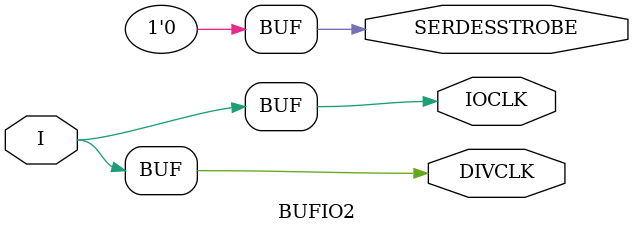
<source format=v>
module BUFIO2 (DIVCLK, IOCLK, SERDESSTROBE, I);
  parameter DIVIDE_BYPASS = "TRUE";    // TRUE, FALSE
  parameter integer DIVIDE = 1;        // {1..8}
  parameter I_INVERT = "FALSE";        // TRUE, FALSE
  parameter USE_DOUBLER = "FALSE";     // TRUE, FALSE


   output	    DIVCLK; 
   output 	    IOCLK; 
   output	    SERDESSTROBE; 

    input I; 

   reg [2:0] div_count;
   reg 	     div_clk;
   reg 	     serdes_strobe;
   wire [2:0] next_div_count = div_count + 1;
   
   always @(posedge I) begin
      /* verilator lint_off WIDTH */
      if(next_div_count == DIVIDE) begin
	 div_clk <= 1;
	 serdes_strobe <= 1;
	 div_count <= 0;
      end else begin
	 serdes_strobe <= 0;
	 div_count <= next_div_count;
	 if(next_div_count >= (DIVIDE/2)) begin
	    div_clk <= 0;
	 end
      end
      /* verilator lint_on WIDTH */
   end // always @ (posedge I)

   assign DIVCLK = (DIVIDE == 1) ? I : div_clk;
   assign SERDESSTROBE = (DIVIDE == 1) ? 1'b0 : serdes_strobe;
   assign IOCLK = I;
   
endmodule // BUFIO2


</source>
